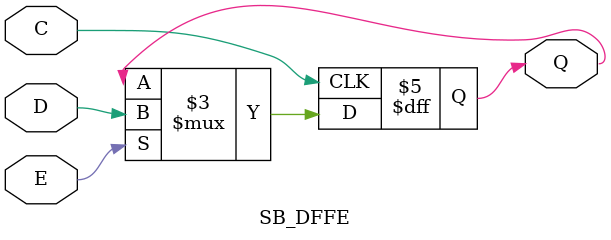
<source format=v>
/* A Verilator model
 */
module SB_DFFE
  ( input C,E,D,
    output reg Q
    );
   initial
     Q = 1'b0;
   always @(posedge C)
     if ( E )
       Q <= D;
endmodule

  

</source>
